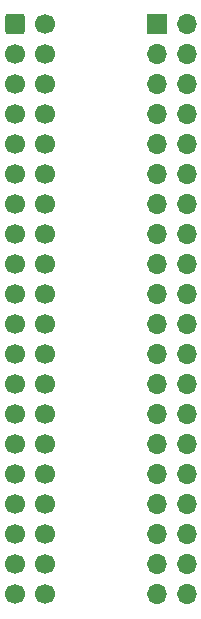
<source format=gbr>
%TF.GenerationSoftware,KiCad,Pcbnew,7.0.7*%
%TF.CreationDate,2023-11-08T00:56:30-05:00*%
%TF.ProjectId,Expansion_Buffer,45787061-6e73-4696-9f6e-5f4275666665,v1*%
%TF.SameCoordinates,Original*%
%TF.FileFunction,Soldermask,Bot*%
%TF.FilePolarity,Negative*%
%FSLAX46Y46*%
G04 Gerber Fmt 4.6, Leading zero omitted, Abs format (unit mm)*
G04 Created by KiCad (PCBNEW 7.0.7) date 2023-11-08 00:56:30*
%MOMM*%
%LPD*%
G01*
G04 APERTURE LIST*
G04 Aperture macros list*
%AMRoundRect*
0 Rectangle with rounded corners*
0 $1 Rounding radius*
0 $2 $3 $4 $5 $6 $7 $8 $9 X,Y pos of 4 corners*
0 Add a 4 corners polygon primitive as box body*
4,1,4,$2,$3,$4,$5,$6,$7,$8,$9,$2,$3,0*
0 Add four circle primitives for the rounded corners*
1,1,$1+$1,$2,$3*
1,1,$1+$1,$4,$5*
1,1,$1+$1,$6,$7*
1,1,$1+$1,$8,$9*
0 Add four rect primitives between the rounded corners*
20,1,$1+$1,$2,$3,$4,$5,0*
20,1,$1+$1,$4,$5,$6,$7,0*
20,1,$1+$1,$6,$7,$8,$9,0*
20,1,$1+$1,$8,$9,$2,$3,0*%
G04 Aperture macros list end*
%ADD10RoundRect,0.250000X-0.600000X-0.600000X0.600000X-0.600000X0.600000X0.600000X-0.600000X0.600000X0*%
%ADD11C,1.700000*%
%ADD12R,1.700000X1.700000*%
%ADD13O,1.700000X1.700000*%
G04 APERTURE END LIST*
D10*
%TO.C,J2*%
X96800000Y-72620000D03*
D11*
X99340000Y-72620000D03*
X96800000Y-75160000D03*
X99340000Y-75160000D03*
X96800000Y-77700000D03*
X99340000Y-77700000D03*
X96800000Y-80240000D03*
X99340000Y-80240000D03*
X96800000Y-82780000D03*
X99340000Y-82780000D03*
X96800000Y-85320000D03*
X99340000Y-85320000D03*
X96800000Y-87860000D03*
X99340000Y-87860000D03*
X96800000Y-90400000D03*
X99340000Y-90400000D03*
X96800000Y-92940000D03*
X99340000Y-92940000D03*
X96800000Y-95480000D03*
X99340000Y-95480000D03*
X96800000Y-98020000D03*
X99340000Y-98020000D03*
X96800000Y-100560000D03*
X99340000Y-100560000D03*
X96800000Y-103100000D03*
X99340000Y-103100000D03*
X96800000Y-105640000D03*
X99340000Y-105640000D03*
X96800000Y-108180000D03*
X99340000Y-108180000D03*
X96800000Y-110720000D03*
X99340000Y-110720000D03*
X96800000Y-113260000D03*
X99340000Y-113260000D03*
X96800000Y-115800000D03*
X99340000Y-115800000D03*
X96800000Y-118340000D03*
X99340000Y-118340000D03*
X96800000Y-120880000D03*
X99340000Y-120880000D03*
%TD*%
D12*
%TO.C,J1*%
X108800000Y-72620000D03*
D13*
X111340000Y-72620000D03*
X108800000Y-75160000D03*
X111340000Y-75160000D03*
X108800000Y-77700000D03*
X111340000Y-77700000D03*
X108800000Y-80240000D03*
X111340000Y-80240000D03*
X108800000Y-82780000D03*
X111340000Y-82780000D03*
X108800000Y-85320000D03*
X111340000Y-85320000D03*
X108800000Y-87860000D03*
X111340000Y-87860000D03*
X108800000Y-90400000D03*
X111340000Y-90400000D03*
X108800000Y-92940000D03*
X111340000Y-92940000D03*
X108800000Y-95480000D03*
X111340000Y-95480000D03*
X108800000Y-98020000D03*
X111340000Y-98020000D03*
X108800000Y-100560000D03*
X111340000Y-100560000D03*
X108800000Y-103100000D03*
X111340000Y-103100000D03*
X108800000Y-105640000D03*
X111340000Y-105640000D03*
X108800000Y-108180000D03*
X111340000Y-108180000D03*
X108800000Y-110720000D03*
X111340000Y-110720000D03*
X108800000Y-113260000D03*
X111340000Y-113260000D03*
X108800000Y-115800000D03*
X111340000Y-115800000D03*
X108800000Y-118340000D03*
X111340000Y-118340000D03*
X108800000Y-120880000D03*
X111340000Y-120880000D03*
%TD*%
M02*

</source>
